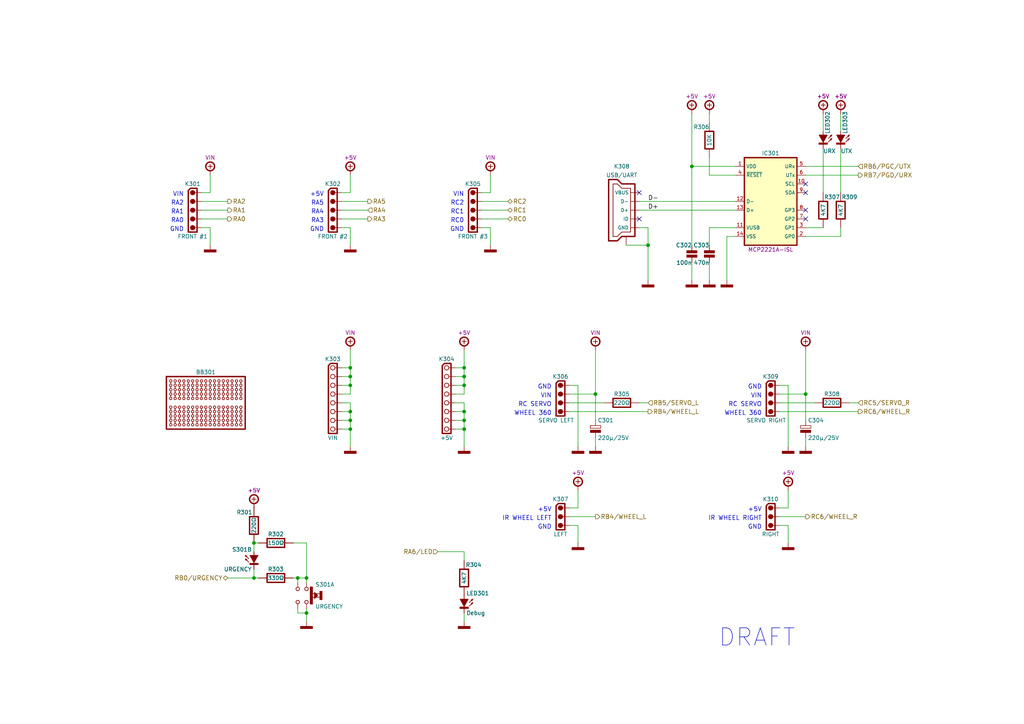
<source format=kicad_sch>
(kicad_sch (version 20211123) (generator eeschema)
  (paper "A4")
  (title_block (title "HID") (date "01/2022") (rev "A") (comment 1 "TBOT - MCU PIC-8Bit"))
  (lib_symbols
    (symbol "LED-1206-PURPLE_1" (pin_numbers hide) (pin_names (offset 0) hide)
      (property "Reference" "LED" (at 0 -2.54 0))
      (property "Value" "LED-1206-PURPLE_1" (at 0 -5.08 0))
      (symbol "LED-1206-PURPLE_1_1_1"
        (pin passive line (at -2.54 0 0) (length 1.27) (name "K") (number "1"))
        (pin passive line (at 2.54 0 180) (length 1.27) (name "A") (number "2"))
      )
    )
    (symbol "LED-1206-PURPLE_2" (pin_numbers hide) (pin_names (offset 0) hide)
      (property "Reference" "LED" (at 0 -2.54 0))
      (property "Value" "LED-1206-PURPLE_2" (at 0 -5.08 0))
      (symbol "LED-1206-PURPLE_2_1_1"
        (pin passive line (at -2.54 0 0) (length 1.27) (name "K") (number "1"))
        (pin passive line (at 2.54 0 180) (length 1.27) (name "A") (number "2"))
      )
    )
    (symbol "tronixio:BREADBOARD-170" (pin_numbers hide) (pin_names (offset 0) hide)
      (property "Reference" "BB" (at 0 8.89 0))
    )
    (symbol "tronixio:C-1206" (pin_numbers hide) (pin_names (offset 0) hide)
      (property "Reference" "C" (at 0.635 2.54 0))
      (property "Value" "C-1206" (at 0.635 -2.54 0))
      (symbol "C-1206_1_1"
        (pin passive line (at 0 2.54 270) (length 1.905) (name "~") (number "1"))
        (pin passive line (at 0 -2.54 90) (length 1.905) (name "~") (number "2"))
      )
    )
    (symbol "tronixio:FCI-USB-TYPE-B-MICRO-THT" (pin_numbers hide) (pin_names (offset 0.5))
      (property "Reference" "K" (at 0 12.7 0))
      (property "Value" "FCI-USB-TYPE-B-MICRO-THT" (at 0 10.16 0))
      (symbol "FCI-USB-TYPE-B-MICRO-THT_1_1"
        (pin power_out line (at 5.08 5.08 180) (length 2.54) (name "VBUS") (number "1"))
        (pin bidirectional line (at 5.08 2.54 180) (length 2.54) (name "D-") (number "2"))
        (pin bidirectional line (at 5.08 0 180) (length 2.54) (name "D+") (number "3"))
        (pin passive line (at 5.08 -2.54 180) (length 2.54) (name "ID") (number "4"))
        (pin power_out line (at 5.08 -5.08 180) (length 2.54) (name "GND") (number "5"))
        (pin passive line (at 1.27 -10.16 90) (length 2.54) (name "SHIELD") (number "6"))
      )
    )
    (symbol "tronixio:HARWIN-254-F-1X08-VERTICAL" (pin_numbers hide) (pin_names (offset 0) hide)
      (property "Reference" "K" (at 0 2.54 0))
      (property "Value" "HARWIN-254-F-1X08-VERTICAL" (at 0 -20.32 0))
      (symbol "HARWIN-254-F-1X08-VERTICAL_1_1"
        (pin passive line (at -2.54 0 0) (length 1.905) (name "Pin_1") (number "1"))
        (pin passive line (at -2.54 -2.54 0) (length 1.905) (name "Pin_2") (number "2"))
        (pin passive line (at -2.54 -5.08 0) (length 1.905) (name "Pin_3") (number "3"))
        (pin passive line (at -2.54 -7.62 0) (length 1.905) (name "Pin_4") (number "4"))
        (pin passive line (at -2.54 -10.16 0) (length 1.905) (name "Pin_5") (number "5"))
        (pin passive line (at -2.54 -12.7 0) (length 1.905) (name "Pin_6") (number "6"))
        (pin passive line (at -2.54 -15.24 0) (length 1.905) (name "Pin_7") (number "7"))
        (pin passive line (at -2.54 -17.78 0) (length 1.905) (name "Pin_8") (number "8"))
      )
    )
    (symbol "tronixio:HARWIN-254-M-1X04-VERTICAL" (pin_numbers hide) (pin_names (offset 0) hide)
      (property "Reference" "K" (at 0 2.54 0))
      (property "Value" "HARWIN-254-M-1X04-VERTICAL" (at 0 -10.16 0))
      (symbol "HARWIN-254-M-1X04-VERTICAL_1_1"
        (pin passive line (at -2.54 0 0) (length 1.905) (name "1") (number "1"))
        (pin passive line (at -2.54 -2.54 0) (length 1.905) (name "2") (number "2"))
        (pin passive line (at -2.54 -5.08 0) (length 1.905) (name "3") (number "3"))
        (pin passive line (at -2.54 -7.62 0) (length 1.905) (name "4") (number "4"))
      )
    )
    (symbol "tronixio:LED-1206-PURPLE" (pin_numbers hide) (pin_names (offset 0) hide)
      (property "Reference" "LED" (at 0 -2.54 0))
      (property "Value" "LED-1206-PURPLE" (at 0 -5.08 0))
      (symbol "LED-1206-PURPLE_1_1"
        (pin passive line (at -2.54 0 0) (length 1.27) (name "K") (number "1"))
        (pin passive line (at 2.54 0 180) (length 1.27) (name "A") (number "2"))
      )
    )
    (symbol "tronixio:MICROCHIP-MCP2221A-ISL" (pin_names (offset 0.5))
      (property "Reference" "IC" (at 0 13.97 0))
      (property "Name" "MCP2221A-ISL" (at 0 -13.97 0))
      (symbol "MICROCHIP-MCP2221A-ISL_1_1"
        (pin power_in line (at -10.16 10.16 0) (length 2.54) (name "VDD") (number "1"))
        (pin bidirectional line (at 10.16 5.08 180) (length 2.54) (name "SCL") (number "10"))
        (pin passive line (at -10.16 -7.62 0) (length 2.54) (name "VUSB") (number "11"))
        (pin bidirectional line (at -10.16 0 0) (length 2.54) (name "D-") (number "12"))
        (pin bidirectional line (at -10.16 -2.54 0) (length 2.54) (name "D+") (number "13"))
        (pin power_in line (at -10.16 -10.16 0) (length 2.54) (name "VSS") (number "14"))
        (pin bidirectional line (at 10.16 -10.16 180) (length 2.54) (name "GP0") (number "2"))
        (pin bidirectional line (at 10.16 -7.62 180) (length 2.54) (name "GP1") (number "3"))
        (pin input line (at -10.16 7.62 0) (length 2.54) (name "~{RESET}") (number "4"))
        (pin input line (at 10.16 10.16 180) (length 2.54) (name "URx") (number "5"))
        (pin output line (at 10.16 7.62 180) (length 2.54) (name "UTx") (number "6"))
        (pin bidirectional line (at 10.16 -5.08 180) (length 2.54) (name "GP2") (number "7"))
        (pin bidirectional line (at 10.16 -2.54 180) (length 2.54) (name "GP3") (number "8"))
        (pin bidirectional line (at 10.16 2.54 180) (length 2.54) (name "SDA") (number "9"))
      )
    )
    (symbol "tronixio:MOLEX-MICRO-LATCH-03-VERTICAL" (pin_numbers hide) (pin_names (offset 0) hide)
      (property "Reference" "K" (at 0 2.54 0))
      (property "Value" "MOLEX-MICRO-LATCH-03-VERTICAL" (at 0 -7.62 0))
      (symbol "MOLEX-MICRO-LATCH-03-VERTICAL_1_1"
        (pin passive line (at -2.54 0 0) (length 1.905) (name "1") (number "1"))
        (pin passive line (at -2.54 -2.54 0) (length 1.905) (name "2") (number "2"))
        (pin passive line (at -2.54 -5.08 0) (length 1.905) (name "3") (number "3"))
      )
    )
    (symbol "tronixio:MOLEX-MICRO-LATCH-05-VERTICAL" (pin_numbers hide) (pin_names (offset 0) hide)
      (property "Reference" "K" (at 0 2.54 0))
      (property "Value" "MOLEX-MICRO-LATCH-05-VERTICAL" (at 0 -12.7 0))
      (symbol "MOLEX-MICRO-LATCH-05-VERTICAL_1_1"
        (pin passive line (at -2.54 0 0) (length 1.905) (name "1") (number "1"))
        (pin passive line (at -2.54 -2.54 0) (length 1.905) (name "2") (number "2"))
        (pin passive line (at -2.54 -5.08 0) (length 1.905) (name "3") (number "3"))
        (pin passive line (at -2.54 -7.62 0) (length 1.905) (name "4") (number "4"))
        (pin passive line (at -2.54 -10.16 0) (length 1.905) (name "5") (number "5"))
      )
    )
    (symbol "tronixio:OMRON-B3W-9000-R1R" (pin_numbers hide) (pin_names (offset 0) hide)
      (property "Reference" "S" (at 0 6.35 0))
      (property "Value" "OMRON-B3W-9000-R1R" (at 0 -5.08 0))
      (symbol "OMRON-B3W-9000-R1R_1_1"
        (pin passive line (at -3.81 0 0) (length 1.27) (name "1") (number "1"))
        (pin passive line (at -3.81 -2.54 0) (length 1.27) (name "2") (number "2"))
        (pin passive line (at 3.81 0 180) (length 1.27) (name "3") (number "3"))
        (pin passive line (at 3.81 -2.54 180) (length 1.27) (name "4") (number "4"))
      )
      (symbol "OMRON-B3W-9000-R1R_2_1"
        (pin passive line (at -2.54 0 0) (length 1.27) (name "C") (number "5"))
        (pin passive line (at 2.54 0 180) (length 1.27) (name "A") (number "6"))
      )
    )
    (symbol "tronixio:POWER-+5V" (power) (pin_numbers hide) (pin_names (offset 0) hide)
      (property "Name" "+5V" (at 0 5.08 0))
      (symbol "POWER-+5V_1_1"
        (pin power_in line (at 0 0 90) (length 1.27) (name "+5V") (number "1"))
      )
    )
    (symbol "tronixio:POWER-GND" (power) (pin_numbers hide) (pin_names (offset 0) hide)
      (symbol "POWER-GND_1_1"
        (pin power_in line (at 0 0 270) (length 1.27) (name "GND") (number "1"))
      )
    )
    (symbol "tronixio:POWER-VIN" (power) (pin_numbers hide) (pin_names (offset 0) hide)
      (property "Name" "VIN" (at 0 5.08 0))
      (symbol "POWER-VIN_1_1"
        (pin power_in line (at 0 0 90) (length 1.27) (name "VIN") (number "1"))
      )
    )
    (symbol "tronixio:R-1206" (pin_numbers hide) (pin_names (offset 0) hide)
      (property "Reference" "R" (at 2.54 0 90))
      (property "Value" "R-1206" (at 0 0 90))
      (symbol "R-1206_1_1"
        (pin passive line (at 0 5.08 270) (length 2.54) (name "~") (number "1"))
        (pin passive line (at 0 -5.08 90) (length 2.54) (name "~") (number "2"))
      )
    )
    (symbol "tronixio:UVZ-220U-25V" (pin_numbers hide) (pin_names (offset 0) hide)
      (property "Reference" "C" (at 0 2.54 0))
      (property "Name" "220µ/25V" (at 0 -2.54 0))
      (symbol "UVZ-220U-25V_1_1"
        (pin passive line (at 0 2.54 270) (length 1.5) (name "~") (number "1"))
        (pin passive line (at 0 -2.54 90) (length 1.905) (name "~") (number "2"))
      )
    )
  )
  (junction (at 134.62 124.46) (diameter 0.9144))
  (junction (at 73.66 167.64) (diameter 0.9144))
  (junction (at 73.66 157.48) (diameter 0.9144))
  (junction (at 233.68 114.3) (diameter 0.9144))
  (junction (at 134.62 119.38) (diameter 0.9144))
  (junction (at 101.6 119.38) (diameter 0.9144))
  (junction (at 134.62 111.76) (diameter 0.9144))
  (junction (at 187.96 71.12) (diameter 0.9144))
  (junction (at 172.72 114.3) (diameter 0.9144))
  (junction (at 86.36 167.64) (diameter 0.9144))
  (junction (at 200.66 48.26))
  (junction (at 101.6 106.68) (diameter 0.9144))
  (junction (at 101.6 124.46) (diameter 0.9144))
  (junction (at 101.6 109.22) (diameter 0.9144))
  (junction (at 88.9 177.8) (diameter 0.9144))
  (junction (at 134.62 121.92) (diameter 0.9144))
  (junction (at 101.6 121.92) (diameter 0.9144))
  (junction (at 134.62 106.68) (diameter 0.9144))
  (junction (at 88.9 167.64) (diameter 0.9144))
  (junction (at 101.6 111.76) (diameter 0.9144))
  (junction (at 134.62 109.22) (diameter 0.9144))
  (no_connect (at 233.68 53.34))
  (no_connect (at 233.68 55.88))
  (no_connect (at 233.68 60.96))
  (no_connect (at 233.68 63.5))
  (no_connect (at 185.42 55.88))
  (no_connect (at 185.42 63.5))
  (wire (pts (xy 132.08 111.76) (xy 134.62 111.76)))
  (wire (pts (xy 165.1 111.76) (xy 167.64 111.76)))
  (wire (pts (xy 167.64 111.76) (xy 167.64 129.54)))
  (wire (pts (xy 88.9 176.53) (xy 88.9 177.8)))
  (wire (pts (xy 165.1 119.38) (xy 187.96 119.38)))
  (wire (pts (xy 132.08 116.84) (xy 134.62 116.84)))
  (wire (pts (xy 165.1 116.84) (xy 175.26 116.84)))
  (wire (pts (xy 205.74 76.2) (xy 205.74 81.28)))
  (wire (pts (xy 99.06 60.96) (xy 106.68 60.96)))
  (wire (pts (xy 210.82 68.58) (xy 210.82 81.28)))
  (wire (pts (xy 213.36 68.58) (xy 210.82 68.58)))
  (wire (pts (xy 58.42 55.88) (xy 60.96 55.88)))
  (wire (pts (xy 88.9 177.8) (xy 88.9 180.34)))
  (wire (pts (xy 58.42 63.5) (xy 66.04 63.5)))
  (wire (pts (xy 233.68 68.58) (xy 243.84 68.58)))
  (wire (pts (xy 167.64 147.32) (xy 167.64 142.24)))
  (wire (pts (xy 233.68 114.3) (xy 233.68 101.6)))
  (wire (pts (xy 165.1 149.86) (xy 172.72 149.86)))
  (wire (pts (xy 132.08 119.38) (xy 134.62 119.38)))
  (wire (pts (xy 226.06 152.4) (xy 228.6 152.4)))
  (wire (pts (xy 139.7 58.42) (xy 147.32 58.42)))
  (wire (pts (xy 142.24 55.88) (xy 142.24 50.8)))
  (wire (pts (xy 205.74 66.04) (xy 205.74 71.12)))
  (wire (pts (xy 213.36 66.04) (xy 205.74 66.04)))
  (wire (pts (xy 142.24 71.12) (xy 142.24 66.04)))
  (wire (pts (xy 233.68 114.3) (xy 233.68 121.92)))
  (wire (pts (xy 99.06 111.76) (xy 101.6 111.76)))
  (wire (pts (xy 132.08 124.46) (xy 134.62 124.46)))
  (wire (pts (xy 86.36 176.53) (xy 86.36 177.8)))
  (wire (pts (xy 86.36 177.8) (xy 88.9 177.8)))
  (wire (pts (xy 228.6 152.4) (xy 228.6 157.48)))
  (wire (pts (xy 233.68 50.8) (xy 248.92 50.8)))
  (wire (pts (xy 185.42 58.42) (xy 213.36 58.42)))
  (wire (pts (xy 185.42 66.04) (xy 187.96 66.04)))
  (wire (pts (xy 187.96 66.04) (xy 187.96 71.12)))
  (wire (pts (xy 187.96 71.12) (xy 187.96 81.28)))
  (wire (pts (xy 60.96 71.12) (xy 60.96 66.04)))
  (wire (pts (xy 233.68 66.04) (xy 238.76 66.04)))
  (wire (pts (xy 73.66 167.64) (xy 73.66 165.1)))
  (wire (pts (xy 226.06 119.38) (xy 248.92 119.38)))
  (wire (pts (xy 226.06 149.86) (xy 233.68 149.86)))
  (wire (pts (xy 200.66 33.02) (xy 200.66 48.26)))
  (wire (pts (xy 200.66 48.26) (xy 200.66 71.12)))
  (wire (pts (xy 132.08 114.3) (xy 134.62 114.3)))
  (wire (pts (xy 99.06 114.3) (xy 101.6 114.3)))
  (wire (pts (xy 101.6 106.68) (xy 101.6 101.6)))
  (wire (pts (xy 101.6 109.22) (xy 101.6 106.68)))
  (wire (pts (xy 101.6 111.76) (xy 101.6 109.22)))
  (wire (pts (xy 101.6 114.3) (xy 101.6 111.76)))
  (wire (pts (xy 200.66 76.2) (xy 200.66 81.28)))
  (wire (pts (xy 99.06 55.88) (xy 101.6 55.88)))
  (wire (pts (xy 101.6 55.88) (xy 101.6 50.8)))
  (wire (pts (xy 172.72 127) (xy 172.72 129.54)))
  (wire (pts (xy 73.66 157.48) (xy 73.66 160.02)))
  (wire (pts (xy 233.68 127) (xy 233.68 129.54)))
  (wire (pts (xy 165.1 114.3) (xy 172.72 114.3)))
  (wire (pts (xy 172.72 114.3) (xy 172.72 101.6)))
  (wire (pts (xy 134.62 106.68) (xy 134.62 101.6)))
  (wire (pts (xy 205.74 33.02) (xy 205.74 35.56)))
  (wire (pts (xy 172.72 114.3) (xy 172.72 121.92)))
  (wire (pts (xy 58.42 58.42) (xy 66.04 58.42)))
  (wire (pts (xy 165.1 152.4) (xy 167.64 152.4)))
  (wire (pts (xy 238.76 33.02) (xy 238.76 38.1)))
  (wire (pts (xy 132.08 121.92) (xy 134.62 121.92)))
  (wire (pts (xy 139.7 63.5) (xy 147.32 63.5)))
  (wire (pts (xy 66.04 167.64) (xy 73.66 167.64)))
  (wire (pts (xy 228.6 111.76) (xy 228.6 129.54)))
  (wire (pts (xy 99.06 109.22) (xy 101.6 109.22)))
  (wire (pts (xy 134.62 109.22) (xy 134.62 106.68)))
  (wire (pts (xy 226.06 114.3) (xy 233.68 114.3)))
  (wire (pts (xy 132.08 106.68) (xy 134.62 106.68)))
  (wire (pts (xy 139.7 55.88) (xy 142.24 55.88)))
  (wire (pts (xy 134.62 111.76) (xy 134.62 109.22)))
  (wire (pts (xy 86.36 167.64) (xy 86.36 168.91)))
  (wire (pts (xy 134.62 114.3) (xy 134.62 111.76)))
  (wire (pts (xy 73.66 167.64) (xy 74.93 167.64)))
  (wire (pts (xy 99.06 66.04) (xy 101.6 66.04)))
  (wire (pts (xy 101.6 66.04) (xy 101.6 71.12)))
  (wire (pts (xy 86.36 167.64) (xy 88.9 167.64)))
  (wire (pts (xy 88.9 167.64) (xy 88.9 168.91)))
  (wire (pts (xy 205.74 50.8) (xy 205.74 45.72)))
  (wire (pts (xy 213.36 50.8) (xy 205.74 50.8)))
  (wire (pts (xy 132.08 109.22) (xy 134.62 109.22)))
  (wire (pts (xy 238.76 43.18) (xy 238.76 55.88)))
  (wire (pts (xy 99.06 124.46) (xy 101.6 124.46)))
  (wire (pts (xy 99.06 119.38) (xy 101.6 119.38)))
  (wire (pts (xy 85.09 157.48) (xy 88.9 157.48)))
  (wire (pts (xy 88.9 157.48) (xy 88.9 167.64)))
  (wire (pts (xy 243.84 66.04) (xy 243.84 68.58)))
  (wire (pts (xy 228.6 147.32) (xy 228.6 142.24)))
  (wire (pts (xy 85.09 167.64) (xy 86.36 167.64)))
  (wire (pts (xy 226.06 147.32) (xy 228.6 147.32)))
  (wire (pts (xy 181.61 71.12) (xy 187.96 71.12)))
  (wire (pts (xy 165.1 147.32) (xy 167.64 147.32)))
  (wire (pts (xy 243.84 33.02) (xy 243.84 38.1)))
  (wire (pts (xy 226.06 116.84) (xy 236.22 116.84)))
  (wire (pts (xy 226.06 111.76) (xy 228.6 111.76)))
  (wire (pts (xy 185.42 60.96) (xy 213.36 60.96)))
  (wire (pts (xy 139.7 66.04) (xy 142.24 66.04)))
  (wire (pts (xy 73.66 157.48) (xy 74.93 157.48)))
  (wire (pts (xy 200.66 48.26) (xy 213.36 48.26)))
  (wire (pts (xy 99.06 121.92) (xy 101.6 121.92)))
  (wire (pts (xy 134.62 177.8) (xy 134.62 180.34)))
  (wire (pts (xy 233.68 48.26) (xy 248.92 48.26)))
  (wire (pts (xy 246.38 116.84) (xy 248.92 116.84)))
  (wire (pts (xy 60.96 55.88) (xy 60.96 50.8)))
  (wire (pts (xy 134.62 116.84) (xy 134.62 119.38)))
  (wire (pts (xy 139.7 60.96) (xy 147.32 60.96)))
  (wire (pts (xy 58.42 66.04) (xy 60.96 66.04)))
  (wire (pts (xy 99.06 58.42) (xy 106.68 58.42)))
  (wire (pts (xy 243.84 43.18) (xy 243.84 55.88)))
  (wire (pts (xy 99.06 106.68) (xy 101.6 106.68)))
  (wire (pts (xy 185.42 116.84) (xy 187.96 116.84)))
  (wire (pts (xy 99.06 63.5) (xy 106.68 63.5)))
  (wire (pts (xy 99.06 116.84) (xy 101.6 116.84)))
  (wire (pts (xy 101.6 116.84) (xy 101.6 119.38)))
  (wire (pts (xy 101.6 119.38) (xy 101.6 121.92)))
  (wire (pts (xy 101.6 121.92) (xy 101.6 124.46)))
  (wire (pts (xy 101.6 124.46) (xy 101.6 129.54)))
  (wire (pts (xy 134.62 124.46) (xy 134.62 129.54)))
  (wire (pts (xy 134.62 121.92) (xy 134.62 124.46)))
  (wire (pts (xy 134.62 119.38) (xy 134.62 121.92)))
  (wire (pts (xy 127 160.02) (xy 134.62 160.02)))
  (wire (pts (xy 134.62 160.02) (xy 134.62 162.56)))
  (wire (pts (xy 167.64 152.4) (xy 167.64 157.48)))
  (wire (pts (xy 58.42 60.96) (xy 66.04 60.96)))
  (text "GND" (at 93.98 67.31 180) (effects (font (size 1.27 1.27)) (justify right bottom)))
  (text "GND" (at 160.02 153.67 180) (effects (font (size 1.27 1.27)) (justify right bottom)))
  (text "RC0" (at 134.62 64.77 180) (effects (font (size 1.27 1.27)) (justify right bottom)))
  (text "IR WHEEL RIGHT" (at 220.98 151.13 180) (effects (font (size 1.27 1.27)) (justify right bottom)))
  (text "VIN" (at 220.98 115.57 180) (effects (font (size 1.27 1.27)) (justify right bottom)))
  (text "VIN" (at 53.34 57.15 180) (effects (font (size 1.27 1.27)) (justify right bottom)))
  (text "IR WHEEL LEFT" (at 160.02 151.13 180) (effects (font (size 1.27 1.27)) (justify right bottom)))
  (text "GND" (at 220.98 113.03 180) (effects (font (size 1.27 1.27)) (justify right bottom)))
  (text "+5V" (at 93.98 57.15 180) (effects (font (size 1.27 1.27)) (justify right bottom)))
  (text "VIN" (at 134.62 57.15 180) (effects (font (size 1.27 1.27)) (justify right bottom)))
  (text "RA2" (at 53.34 59.69 180) (effects (font (size 1.27 1.27)) (justify right bottom)))
  (text "VIN" (at 160.02 115.57 180) (effects (font (size 1.27 1.27)) (justify right bottom)))
  (text "RA5" (at 93.98 59.69 180) (effects (font (size 1.27 1.27)) (justify right bottom)))
  (text "GND" (at 160.02 113.03 180) (effects (font (size 1.27 1.27)) (justify right bottom)))
  (text "GND" (at 134.62 67.31 180) (effects (font (size 1.27 1.27)) (justify right bottom)))
  (text "+5V" (at 160.02 148.59 180) (effects (font (size 1.27 1.27)) (justify right bottom)))
  (text "GND" (at 220.98 153.67 180) (effects (font (size 1.27 1.27)) (justify right bottom)))
  (text "+5V" (at 220.98 148.59 180) (effects (font (size 1.27 1.27)) (justify right bottom)))
  (text "RC1" (at 134.62 62.23 180) (effects (font (size 1.27 1.27)) (justify right bottom)))
  (text "WHEEL 360" (at 160.02 120.65 180) (effects (font (size 1.27 1.27)) (justify right bottom)))
  (text "RA3" (at 93.98 64.77 180) (effects (font (size 1.27 1.27)) (justify right bottom)))
  (text "RC SERVO" (at 160.02 118.11 180) (effects (font (size 1.27 1.27)) (justify right bottom)))
  (text "RA4" (at 93.98 62.23 180) (effects (font (size 1.27 1.27)) (justify right bottom)))
  (text "DRAFT" (at 208.28 187.96 0) (effects (font (size 5 5)) (justify left bottom)))
  (text "WHEEL 360" (at 220.98 120.65 180) (effects (font (size 1.27 1.27)) (justify right bottom)))
  (text "RA0" (at 53.34 64.77 180) (effects (font (size 1.27 1.27)) (justify right bottom)))
  (text "RC2" (at 134.62 59.69 180) (effects (font (size 1.27 1.27)) (justify right bottom)))
  (text "GND" (at 53.34 67.31 180) (effects (font (size 1.27 1.27)) (justify right bottom)))
  (text "RC SERVO" (at 220.98 118.11 180) (effects (font (size 1.27 1.27)) (justify right bottom)))
  (text "RA1" (at 53.34 62.23 180) (effects (font (size 1.27 1.27)) (justify right bottom)))
  (label "D-" (at 187.96 58.42 0))
  (label "D+" (at 187.96 60.96 0))
  (hierarchical_label "RA2" (shape output) (at 66.04 58.42 0))
  (hierarchical_label "RA0" (shape output) (at 66.04 63.5 0))
  (hierarchical_label "RC0" (shape bidirectional) (at 147.32 63.5 0))
  (hierarchical_label "RC2" (shape bidirectional) (at 147.32 58.42 0))
  (hierarchical_label "RC6{slash}WHEEL_R" (shape output) (at 233.68 149.86 0))
  (hierarchical_label "RC5{slash}SERVO_R" (shape input) (at 248.92 116.84 0))
  (hierarchical_label "RC1" (shape bidirectional) (at 147.32 60.96 0))
  (hierarchical_label "RB7{slash}PGD{slash}URX" (shape output) (at 248.92 50.8 0))
  (hierarchical_label "RB6{slash}PGC{slash}UTX" (shape input) (at 248.92 48.26 0))
  (hierarchical_label "RA1" (shape output) (at 66.04 60.96 0))
  (hierarchical_label "RB5{slash}SERVO_L" (shape input) (at 187.96 116.84 0))
  (hierarchical_label "RA6{slash}LED" (shape input) (at 127 160.02 180))
  (hierarchical_label "RA5" (shape output) (at 106.68 58.42 0))
  (hierarchical_label "RB4{slash}WHEEL_L" (shape output) (at 172.72 149.86 0))
  (hierarchical_label "RB0{slash}URGENCY" (shape bidirectional) (at 66.04 167.64 180))
  (hierarchical_label "RA4" (shape input) (at 106.68 60.96 0))
  (hierarchical_label "RC6{slash}WHEEL_R" (shape output) (at 248.92 119.38 0))
  (hierarchical_label "RA3" (shape output) (at 106.68 63.5 0))
  (hierarchical_label "RB4{slash}WHEEL_L" (shape output) (at 187.96 119.38 0))
  (symbol (lib_id "tronixio:POWER-GND") (at 167.64 157.48 0) (unit 1)
    (property "Reference" "#PWR0325" (effects hide))
    (property "Value" "GND" (effects hide))
  )
  (symbol (lib_id "tronixio:OMRON-B3W-9000-R1R") (at 88.9 172.72 270) (unit 1)
    (property "Reference" "S301" (at 91.44 169.545 90) (effects (font (size 1.15 1.15)) (justify left)))
    (property "Value" "URGENCY" (at 91.44 175.895 90) (effects (font (size 1.15 1.15)) (justify left)))
    (property "Footprint" "tronixio:zzzOMRON-B3W9000-X1" (effects hide))
    (property "Datasheet" "https://components.omron.com/us-en/datasheet_pdf/A167-E1.pdf" (effects hide))
    (property "Mouser" "653-B3W-9000-R1R" (effects hide))
  )
  (symbol (lib_id "tronixio:R-1206") (at 80.01 167.64 270) (unit 1)
    (property "Reference" "R303" (at 80.01 165.1 90) (effects (font (size 1.15 1.15))))
    (property "Value" "330Ω" (at 80.01 167.64 90) (effects (font (size 1.15 1.15))))
    (property "Footprint" "tronixio:RESISTOR-1206" (effects hide))
  )
  (symbol (lib_id "tronixio:POWER-GND") (at 101.6 71.12 0) (mirror y) (unit 1)
    (property "Reference" "#PWR0315" (effects hide))
    (property "Value" "GND" (effects hide))
  )
  (symbol (lib_id "tronixio:POWER-+5V") (at 243.84 33.02 0) (unit 1)
    (property "Reference" "#PWR0340" (effects hide))
    (property "Value" "POWER-VUSB" (effects hide))
    (property "Name" "+5V" (at 243.84 27.94 0) (effects (font (size 1.15 1.15))))
  )
  (symbol (lib_id "tronixio:POWER-GND") (at 88.9 180.34 0) (mirror y) (unit 1)
    (property "Reference" "#PWR0313" (effects hide))
    (property "Value" "GND" (effects hide))
  )
  (symbol (lib_id "tronixio:FCI-USB-TYPE-B-MICRO-THT") (at 180.34 60.96 0) (unit 1)
    (property "Reference" "K308" (at 180.34 48.26 0) (effects (font (size 1.15 1.15))))
    (property "Value" "USB/UART" (at 180.34 50.8 0) (effects (font (size 1.15 1.15))))
    (property "Footprint" "tronixio:FCI-USB-TYPE-B-MICRO-THT" (effects hide))
    (property "Datasheet" "https://cdn.amphenol-icc.com/media/wysiwyg/files/drawing/10118193.pdf" (effects hide))
    (property "Mouser" "649-10118193-0001LF" (effects hide))
  )
  (symbol (lib_id "tronixio:MOLEX-MICRO-LATCH-03-VERTICAL") (at 223.52 147.32 0) (mirror y) (unit 1)
    (property "Reference" "K310" (at 223.52 144.78 0) (effects (font (size 1.15 1.15))))
    (property "Value" "RIGHT" (at 223.52 154.94 0) (effects (font (size 1.15 1.15))))
    (property "Footprint" "tronixio:zzMOLEX-532530370" (effects hide))
    (property "Datasheet" "https://www.molex.com/pdm_docs/sd/532530370_sd.pdf" (effects hide))
    (property "MOUSER" "538-53253-0370" (effects hide))
  )
  (symbol (lib_id "tronixio:MOLEX-MICRO-LATCH-05-VERTICAL") (at 55.88 55.88 0) (mirror y) (unit 1)
    (property "Reference" "K301" (at 55.88 53.34 0) (effects (font (size 1.15 1.15))))
    (property "Value" "FRONT #1" (at 55.88 68.58 0) (effects (font (size 1.15 1.15))))
    (property "Footprint" "tronixio:MOLEX-532530570" (effects hide))
    (property "Datasheet" "https://www.molex.com/pdm_docs/sd/532530570_sd.pdf" (effects hide))
    (property "MOUSER" "538-53253-0570" (effects hide))
  )
  (symbol (lib_id "tronixio:POWER-GND") (at 233.68 129.54 0) (unit 1)
    (property "Reference" "#PWR0338" (effects hide))
    (property "Value" "GND" (effects hide))
  )
  (symbol (lib_id "tronixio:UVZ-220U-25V") (at 172.72 124.46 0) (unit 1)
    (property "Reference" "C301" (at 173.355 121.92 0) (effects (font (size 1.15 1.15)) (justify left)))
    (property "Value" "220µ/25V" (at 173.355 127 0) (effects (font (size 1.15 1.15)) (justify left)))
    (property "Footprint" "tronixio:CAPACITOR-ELECTROLYTIC-RADIAL-080-115-035" (effects hide))
    (property "Datasheet" "http://www.nichicon.co.jp/english/products/pdfs/e-uvz.pdf" (effects hide))
    (property "Name" "220µ/25V" (effects hide))
    (property "Mouser" "647-UVZ1E221MPD" (effects hide))
  )
  (symbol (lib_id "tronixio:POWER-GND") (at 200.66 81.28 0) (mirror y) (unit 1)
    (property "Reference" "#PWR0330" (effects hide))
    (property "Value" "GND" (effects hide))
  )
  (symbol (lib_id "tronixio:MICROCHIP-MCP2221A-ISL") (at 223.52 58.42 0) (unit 1)
    (property "Reference" "IC301" (at 223.52 44.45 0) (effects (font (size 1.15 1.15))))
    (property "Value" "MICROCHIP-MCP2221A-ISL" (effects hide))
    (property "Footprint" "tronixio:SOIC-SL-14" (effects hide))
    (property "Datasheet" "https://www.microchip.com/wwwproducts/en/MCP2221A" (effects hide))
    (property "Name" "MCP2221A-ISL" (at 223.52 72.39 0) (effects (font (size 1.15 1.15))))
    (property "Mouser" "579-MCP2221A-I/SL" (effects hide))
  )
  (symbol (lib_id "tronixio:POWER-+5V") (at 200.66 33.02 0) (unit 1)
    (property "Reference" "#PWR0329" (effects hide))
    (property "Value" "POWER-VUSB" (effects hide))
    (property "Name" "+5V" (at 200.66 27.94 0) (effects (font (size 1.15 1.15))))
  )
  (symbol (lib_id "tronixio:MOLEX-MICRO-LATCH-05-VERTICAL") (at 137.16 55.88 0) (mirror y) (unit 1)
    (property "Reference" "K305" (at 137.16 53.34 0) (effects (font (size 1.15 1.15))))
    (property "Value" "FRONT #3" (at 137.16 68.58 0) (effects (font (size 1.15 1.15))))
    (property "Footprint" "tronixio:MOLEX-532530570" (effects hide))
    (property "Datasheet" "https://www.molex.com/pdm_docs/sd/532530570_sd.pdf" (effects hide))
    (property "MOUSER" "538-53253-0570" (effects hide))
  )
  (symbol (lib_id "tronixio:POWER-GND") (at 210.82 81.28 0) (mirror y) (unit 1)
    (property "Reference" "#PWR0333" (effects hide))
    (property "Value" "GND" (effects hide))
  )
  (symbol (lib_id "tronixio:POWER-VIN") (at 142.24 50.8 0) (mirror y) (unit 1)
    (property "Reference" "#PWR0321" (effects hide))
    (property "Value" "VIN" (effects hide))
    (property "Name" "VIN" (at 142.24 45.72 0) (effects (font (size 1.15 1.15))))
  )
  (symbol (lib_id "tronixio:POWER-GND") (at 228.6 129.54 0) (unit 1)
    (property "Reference" "#PWR0334" (effects hide))
    (property "Value" "GND" (effects hide))
  )
  (symbol (lib_id "tronixio:POWER-+5V") (at 205.74 33.02 0) (unit 1)
    (property "Reference" "#PWR0331" (effects hide))
    (property "Value" "POWER-VUSB" (effects hide))
    (property "Name" "+5V" (at 205.74 27.94 0) (effects (font (size 1.15 1.15))))
  )
  (symbol (lib_id "tronixio:R-1206") (at 241.3 116.84 270) (unit 1)
    (property "Reference" "R308" (at 241.3 114.3 90) (effects (font (size 1.15 1.15))))
    (property "Value" "220Ω" (at 241.3 116.84 90) (effects (font (size 1.15 1.15))))
    (property "Footprint" "tronixio:RESISTOR-1206" (effects hide))
  )
  (symbol (lib_id "tronixio:POWER-+5V") (at 134.62 101.6 0) (mirror y) (unit 1)
    (property "Reference" "#PWR0318" (effects hide))
    (property "Value" "+5V" (effects hide))
    (property "Name" "+5V" (at 134.62 96.52 0) (effects (font (size 1.15 1.15))))
  )
  (symbol (lib_id "tronixio:HARWIN-254-F-1X08-VERTICAL") (at 129.54 106.68 0) (mirror y) (unit 1)
    (property "Reference" "K304" (at 129.54 104.14 0) (effects (font (size 1.15 1.15))))
    (property "Value" "+5V" (at 129.54 127 0) (effects (font (size 1.15 1.15))))
    (property "Footprint" "tronixio:HARWIN-M20-782084x" (effects hide))
    (property "Datasheet" "https://www.harwin.com/products/M20-7820846/" (effects hide))
    (property "Mouser" "855-M20-999084" (effects hide))
  )
  (symbol (lib_id "tronixio:POWER-+5V") (at 228.6 142.24 0) (mirror y) (unit 1)
    (property "Reference" "#PWR0335" (effects hide))
    (property "Value" "+5V" (effects hide))
    (property "Name" "+5V" (at 228.6 137.16 0) (effects (font (size 1.15 1.15))))
  )
  (symbol (lib_id "tronixio:POWER-GND") (at 60.96 71.12 0) (unit 1)
    (property "Reference" "#PWR0311" (effects hide))
    (property "Value" "GND" (effects hide))
  )
  (symbol (lib_id "tronixio:POWER-+5V") (at 167.64 142.24 0) (mirror y) (unit 1)
    (property "Reference" "#PWR0324" (effects hide))
    (property "Value" "+5V" (effects hide))
    (property "Name" "+5V" (at 167.64 137.16 0) (effects (font (size 1.15 1.15))))
  )
  (symbol (lib_id "tronixio:POWER-+5V") (at 73.66 147.32 0) (unit 1)
    (property "Reference" "#PWR0312" (effects hide))
    (property "Value" "+5V" (effects hide))
    (property "Name" "+5V" (at 73.66 142.24 0) (effects (font (size 1.15 1.15))))
  )
  (symbol (lib_id "tronixio:POWER-VIN") (at 101.6 101.6 0) (unit 1)
    (property "Reference" "#PWR0316" (effects hide))
    (property "Value" "VIN" (effects hide))
    (property "Name" "VIN" (at 101.6 96.52 0) (effects (font (size 1.15 1.15))))
  )
  (symbol (lib_id "tronixio:POWER-GND") (at 187.96 81.28 0) (mirror y) (unit 1)
    (property "Reference" "#PWR0328" (effects hide))
    (property "Value" "GND" (effects hide))
  )
  (symbol (lib_id "tronixio:R-1206") (at 238.76 60.96 180) (unit 1)
    (property "Reference" "R307" (at 241.3 57.15 0) (effects (font (size 1.15 1.15))))
    (property "Value" "4K7" (at 238.76 60.96 90) (effects (font (size 1.15 1.15))))
    (property "Footprint" "tronixio:RESISTOR-1206" (effects hide))
  )
  (symbol (lib_id "tronixio:R-1206") (at 180.34 116.84 270) (unit 1)
    (property "Reference" "R305" (at 180.34 114.3 90) (effects (font (size 1.15 1.15))))
    (property "Value" "220Ω" (at 180.34 116.84 90) (effects (font (size 1.15 1.15))))
    (property "Footprint" "tronixio:RESISTOR-1206" (effects hide))
  )
  (symbol (lib_name "LED-1206-PURPLE_1") (lib_id "tronixio:LED-1206-PURPLE") (at 238.76 40.64 270) (mirror x) (unit 1)
    (property "Reference" "LED302" (at 240.03 35.56 0) (effects (font (size 1.15 1.15))))
    (property "Value" "URX" (at 238.76 43.815 90) (effects (font (size 1.15 1.15)) (justify left)))
    (property "Footprint" "tronixio:LED-1206" (effects hide))
    (property "Datasheet" "http://www.kingbrightusa.com/images/catalog/SPEC/APT3216LSECK-J3-PRV.pdf" (effects hide))
    (property "Mouser" "604-APTR3216-VFX" (effects hide))
  )
  (symbol (lib_id "tronixio:OMRON-B3W-9000-R1R") (at 73.66 162.56 90) (unit 2)
    (property "Reference" "S301" (at 73.025 159.385 90) (effects (font (size 1.15 1.15)) (justify left)))
    (property "Value" "URGENCY" (at 73.025 165.1 90) (effects (font (size 1.15 1.15)) (justify left)))
    (property "Footprint" "tronixio:zzzOMRON-B3W9000-X1" (effects hide))
    (property "Datasheet" "https://components.omron.com/us-en/datasheet_pdf/A167-E1.pdf" (effects hide))
    (property "Mouser" "653-B3W-9000-R1R" (effects hide))
  )
  (symbol (lib_id "tronixio:R-1206") (at 80.01 157.48 270) (unit 1)
    (property "Reference" "R302" (at 80.01 154.94 90) (effects (font (size 1.15 1.15))))
    (property "Value" "150Ω" (at 80.01 157.48 90) (effects (font (size 1.15 1.15))))
    (property "Footprint" "tronixio:RESISTOR-1206" (effects hide))
  )
  (symbol (lib_id "tronixio:UVZ-220U-25V") (at 233.68 124.46 0) (unit 1)
    (property "Reference" "C304" (at 234.315 121.92 0) (effects (font (size 1.15 1.15)) (justify left)))
    (property "Value" "220µ/25V" (at 234.315 127 0) (effects (font (size 1.15 1.15)) (justify left)))
    (property "Footprint" "tronixio:CAPACITOR-ELECTROLYTIC-RADIAL-080-115-035" (effects hide))
    (property "Datasheet" "http://www.nichicon.co.jp/english/products/pdfs/e-uvz.pdf" (effects hide))
    (property "Name" "220µ/25V" (effects hide))
    (property "Mouser" "647-UVZ1E221MPD" (effects hide))
  )
  (symbol (lib_id "tronixio:POWER-VIN") (at 60.96 50.8 0) (unit 1)
    (property "Reference" "#PWR0310" (effects hide))
    (property "Value" "VIN" (effects hide))
    (property "Name" "VIN" (at 60.96 45.72 0) (effects (font (size 1.15 1.15))))
  )
  (symbol (lib_id "tronixio:POWER-GND") (at 172.72 129.54 0) (unit 1)
    (property "Reference" "#PWR0327" (effects hide))
    (property "Value" "GND" (effects hide))
  )
  (symbol (lib_id "tronixio:HARWIN-254-M-1X04-VERTICAL") (at 162.56 111.76 0) (mirror y) (unit 1)
    (property "Reference" "K306" (at 162.56 109.22 0) (effects (font (size 1.15 1.15))))
    (property "Value" "SERVO LEFT" (at 161.29 121.92 0) (effects (font (size 1.15 1.15))))
    (property "Footprint" "tronixio:HARWIN-M20-999044x" (effects hide))
    (property "Datasheet" "https://www.harwin.com/products/M20-9990446/" (effects hide))
    (property "Mouser" "855-M20-999044" (effects hide))
  )
  (symbol (lib_id "tronixio:POWER-VIN") (at 233.68 101.6 0) (unit 1)
    (property "Reference" "#PWR0337" (effects hide))
    (property "Value" "VIN" (effects hide))
    (property "Name" "VIN" (at 233.68 96.52 0) (effects (font (size 1.15 1.15))))
  )
  (symbol (lib_id "tronixio:POWER-VIN") (at 172.72 101.6 0) (unit 1)
    (property "Reference" "#PWR0326" (effects hide))
    (property "Value" "VIN" (effects hide))
    (property "Name" "VIN" (at 172.72 96.52 0) (effects (font (size 1.15 1.15))))
  )
  (symbol (lib_id "tronixio:MOLEX-MICRO-LATCH-03-VERTICAL") (at 162.56 147.32 0) (mirror y) (unit 1)
    (property "Reference" "K307" (at 162.56 144.78 0) (effects (font (size 1.15 1.15))))
    (property "Value" "LEFT" (at 162.56 154.94 0) (effects (font (size 1.15 1.15))))
    (property "Footprint" "tronixio:zzMOLEX-532530370" (effects hide))
    (property "Datasheet" "https://www.molex.com/pdm_docs/sd/532530370_sd.pdf" (effects hide))
    (property "MOUSER" "538-53253-0370" (effects hide))
  )
  (symbol (lib_id "tronixio:HARWIN-254-F-1X08-VERTICAL") (at 96.52 106.68 0) (mirror y) (unit 1)
    (property "Reference" "K303" (at 96.52 104.14 0) (effects (font (size 1.15 1.15))))
    (property "Value" "VIN" (at 96.52 127 0) (effects (font (size 1.15 1.15))))
    (property "Footprint" "tronixio:HARWIN-M20-782084x" (effects hide))
    (property "Datasheet" "https://www.harwin.com/products/M20-7820846/" (effects hide))
    (property "Mouser" "855-M20-999084" (effects hide))
  )
  (symbol (lib_id "tronixio:POWER-GND") (at 205.74 81.28 0) (mirror y) (unit 1)
    (property "Reference" "#PWR0332" (effects hide))
    (property "Value" "GND" (effects hide))
  )
  (symbol (lib_id "tronixio:R-1206") (at 243.84 60.96 180) (unit 1)
    (property "Reference" "R309" (at 246.38 57.15 0) (effects (font (size 1.15 1.15))))
    (property "Value" "4K7" (at 243.84 60.96 90) (effects (font (size 1.15 1.15))))
    (property "Footprint" "tronixio:RESISTOR-1206" (effects hide))
  )
  (symbol (lib_id "tronixio:POWER-GND") (at 228.6 157.48 0) (unit 1)
    (property "Reference" "#PWR0336" (effects hide))
    (property "Value" "GND" (effects hide))
  )
  (symbol (lib_id "tronixio:POWER-GND") (at 134.62 180.34 0) (unit 1)
    (property "Reference" "#PWR0320" (effects hide))
    (property "Value" "GND" (effects hide))
  )
  (symbol (lib_id "tronixio:BREADBOARD-170") (at 59.69 116.84 0) (unit 1)
    (property "Reference" "BB301" (at 59.69 107.95 0) (effects (font (size 1.15 1.15))))
    (property "Value" "BREADBOARD-170" (effects hide))
    (property "Footprint" "tronixio:BREADBOARD-170" (effects hide))
    (property "Datasheet" "http://www.busboard.com/BB170" (effects hide))
    (property "Mouser" "854-BB170" (effects hide))
  )
  (symbol (lib_id "tronixio:POWER-+5V") (at 101.6 50.8 0) (mirror y) (unit 1)
    (property "Reference" "#PWR0314" (effects hide))
    (property "Value" "+5V" (effects hide))
    (property "Name" "+5V" (at 101.6 45.72 0) (effects (font (size 1.15 1.15))))
  )
  (symbol (lib_id "tronixio:POWER-+5V") (at 238.76 33.02 0) (unit 1)
    (property "Reference" "#PWR0339" (effects hide))
    (property "Value" "POWER-VUSB" (effects hide))
    (property "Name" "+5V" (at 238.76 27.94 0) (effects (font (size 1.15 1.15))))
  )
  (symbol (lib_id "tronixio:R-1206") (at 73.66 152.4 180) (unit 1)
    (property "Reference" "R301" (at 68.58 148.59 0) (effects (font (size 1.15 1.15)) (justify right)))
    (property "Value" "220Ω" (at 73.66 152.4 90) (effects (font (size 1.15 1.15))))
    (property "Footprint" "tronixio:RESISTOR-1206" (effects hide))
  )
  (symbol (lib_id "tronixio:C-1206") (at 205.74 73.66 0) (unit 1)
    (property "Reference" "C303" (at 205.74 71.12 0) (effects (font (size 1.15 1.15)) (justify right)))
    (property "Value" "470n" (at 205.74 76.2 0) (effects (font (size 1.15 1.15)) (justify right)))
    (property "Footprint" "tronixio:CAPACITOR-1206" (effects hide))
  )
  (symbol (lib_id "tronixio:R-1206") (at 205.74 40.64 180) (unit 1)
    (property "Reference" "R306" (at 205.74 36.83 0) (effects (font (size 1.15 1.15)) (justify left)))
    (property "Value" "10K" (at 205.74 40.64 90) (effects (font (size 1.15 1.15))))
    (property "Footprint" "tronixio:RESISTOR-1206" (effects hide))
  )
  (symbol (lib_id "tronixio:LED-1206-PURPLE") (at 134.62 175.26 270) (mirror x) (unit 1)
    (property "Reference" "LED301" (at 135.255 172.085 90) (effects (font (size 1.15 1.15)) (justify left)))
    (property "Value" "Debug" (at 135.255 177.8 90) (effects (font (size 1.15 1.15)) (justify left)))
    (property "Footprint" "tronixio:LED-1206" (effects hide))
    (property "Datasheet" "http://www.kingbrightusa.com/images/catalog/SPEC/APT3216LSECK-J3-PRV.pdf" (effects hide))
    (property "Mouser" "604-APTR3216-VFX" (effects hide))
  )
  (symbol (lib_id "tronixio:POWER-GND") (at 101.6 129.54 0) (unit 1)
    (property "Reference" "#PWR0317" (effects hide))
    (property "Value" "GND" (effects hide))
  )
  (symbol (lib_id "tronixio:HARWIN-254-M-1X04-VERTICAL") (at 223.52 111.76 0) (mirror y) (unit 1)
    (property "Reference" "K309" (at 223.52 109.22 0) (effects (font (size 1.15 1.15))))
    (property "Value" "SERVO RIGHT" (at 222.25 121.92 0) (effects (font (size 1.15 1.15))))
    (property "Footprint" "tronixio:HARWIN-M20-999044x" (effects hide))
    (property "Datasheet" "https://www.harwin.com/products/M20-9990446/" (effects hide))
    (property "Mouser" "855-M20-999044" (effects hide))
  )
  (symbol (lib_id "tronixio:R-1206") (at 134.62 167.64 180) (unit 1)
    (property "Reference" "R304" (at 139.7 163.83 0) (effects (font (size 1.15 1.15)) (justify left)))
    (property "Value" "4K7" (at 134.62 167.64 90) (effects (font (size 1.15 1.15))))
    (property "Footprint" "tronixio:RESISTOR-1206" (effects hide))
  )
  (symbol (lib_id "tronixio:POWER-GND") (at 167.64 129.54 0) (unit 1)
    (property "Reference" "#PWR0323" (effects hide))
    (property "Value" "GND" (effects hide))
  )
  (symbol (lib_id "tronixio:POWER-GND") (at 142.24 71.12 0) (unit 1)
    (property "Reference" "#PWR0322" (effects hide))
    (property "Value" "GND" (effects hide))
  )
  (symbol (lib_id "tronixio:POWER-GND") (at 134.62 129.54 0) (unit 1)
    (property "Reference" "#PWR0319" (effects hide))
    (property "Value" "GND" (effects hide))
  )
  (symbol (lib_id "tronixio:MOLEX-MICRO-LATCH-05-VERTICAL") (at 96.52 55.88 0) (mirror y) (unit 1)
    (property "Reference" "K302" (at 96.52 53.34 0) (effects (font (size 1.15 1.15))))
    (property "Value" "FRONT #2" (at 96.52 68.58 0) (effects (font (size 1.15 1.15))))
    (property "Footprint" "tronixio:MOLEX-532530570" (effects hide))
    (property "Datasheet" "https://www.molex.com/pdm_docs/sd/532530570_sd.pdf" (effects hide))
    (property "MOUSER" "538-53253-0570" (effects hide))
  )
  (symbol (lib_id "tronixio:C-1206") (at 200.66 73.66 0) (unit 1)
    (property "Reference" "C302" (at 200.66 71.12 0) (effects (font (size 1.15 1.15)) (justify right)))
    (property "Value" "100n" (at 200.66 76.2 0) (effects (font (size 1.15 1.15)) (justify right)))
    (property "Footprint" "tronixio:CAPACITOR-1206" (effects hide))
  )
  (symbol (lib_name "LED-1206-PURPLE_2") (lib_id "tronixio:LED-1206-PURPLE") (at 243.84 40.64 270) (mirror x) (unit 1)
    (property "Reference" "LED303" (at 245.11 35.56 0) (effects (font (size 1.15 1.15))))
    (property "Value" "UTX" (at 243.84 43.815 90) (effects (font (size 1.15 1.15)) (justify left)))
    (property "Footprint" "tronixio:LED-1206" (effects hide))
    (property "Datasheet" "http://www.kingbrightusa.com/images/catalog/SPEC/APT3216LSECK-J3-PRV.pdf" (effects hide))
    (property "Mouser" "604-APTR3216-VFX" (effects hide))
  )
)
</source>
